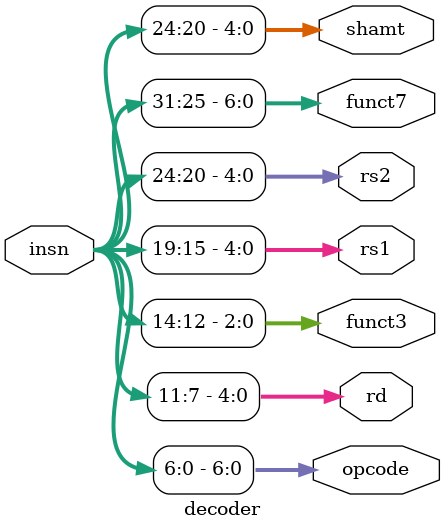
<source format=sv>
module decoder (
    input  [31:0]    insn,
    output [6:0]     opcode,
    output [4:0]     rd,
    output [2:0]     funct3,
    output [4:0]     rs1,
    output [4:0]     rs2,
    output [6:0]     funct7,
    output [4:0]     shamt   
);

assign opcode   = insn[6:0];
assign rd       = insn[11:7];
assign funct3   = insn[14:12];
assign rs1      = insn[19:15];
assign rs2      = insn[24:20];
assign funct7   = insn[31:25];
assign shamt    = insn[24:20];

endmodule
</source>
